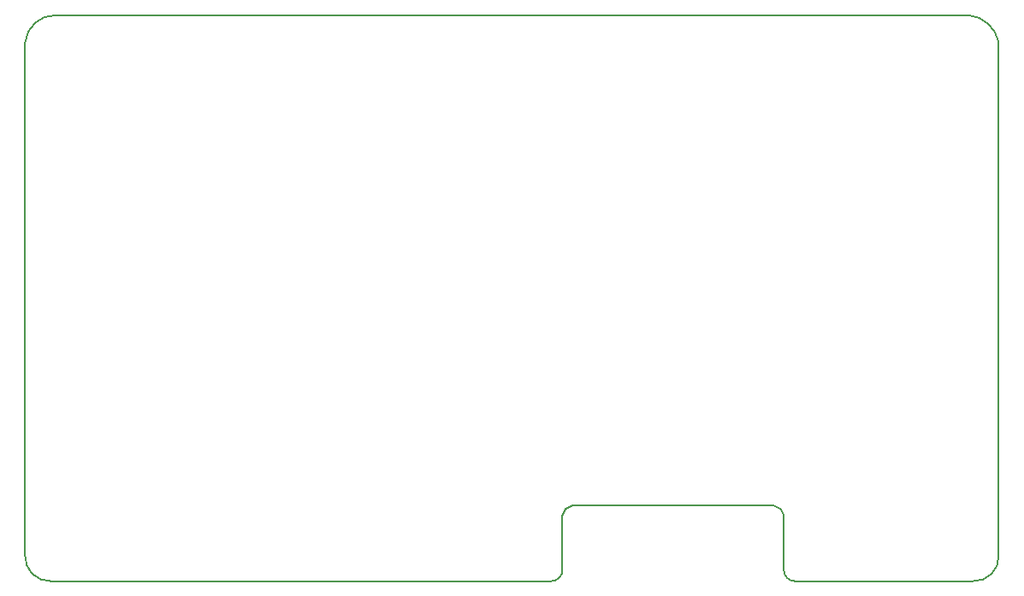
<source format=gbr>
G04 DipTrace 3.3.1.3*
G04 BoardOutline.gbr*
%MOMM*%
G04 #@! TF.FileFunction,Profile*
G04 #@! TF.Part,Single*
%ADD11C,0.14*%
%FSLAX35Y35*%
G04*
G71*
G90*
G75*
G01*
G04 BoardOutline*
%LPD*%
X1000213Y6334213D2*
D11*
G02X1301837Y6604090I298604J-30240D01*
G01*
X10334713D1*
G02X10636337Y6334213I-27456J-334176D01*
G01*
Y1254213D1*
G02X10382337Y1000213I-243797J-10203D01*
G01*
X8620213D1*
G02X8509087Y1111340I-2647J108479D01*
G01*
Y1651087D1*
G03X8413837Y1746337I-111125J-15875D01*
G01*
X6413587D1*
G03X6318337Y1651087I15883J-111133D01*
G01*
Y1111340D1*
G02X6207213Y1000213I-108479J-2647D01*
G01*
X1254213D1*
G02X1000213Y1254213I-10203J243797D01*
G01*
Y6334213D1*
M02*

</source>
